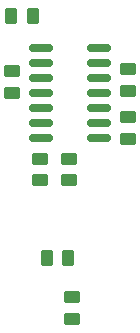
<source format=gbr>
%TF.GenerationSoftware,KiCad,Pcbnew,8.0.1*%
%TF.CreationDate,2024-04-11T09:01:24+02:00*%
%TF.ProjectId,ConditionneurV2,436f6e64-6974-4696-9f6e-6e6575725632,rev?*%
%TF.SameCoordinates,Original*%
%TF.FileFunction,Paste,Top*%
%TF.FilePolarity,Positive*%
%FSLAX46Y46*%
G04 Gerber Fmt 4.6, Leading zero omitted, Abs format (unit mm)*
G04 Created by KiCad (PCBNEW 8.0.1) date 2024-04-11 09:01:24*
%MOMM*%
%LPD*%
G01*
G04 APERTURE LIST*
G04 Aperture macros list*
%AMRoundRect*
0 Rectangle with rounded corners*
0 $1 Rounding radius*
0 $2 $3 $4 $5 $6 $7 $8 $9 X,Y pos of 4 corners*
0 Add a 4 corners polygon primitive as box body*
4,1,4,$2,$3,$4,$5,$6,$7,$8,$9,$2,$3,0*
0 Add four circle primitives for the rounded corners*
1,1,$1+$1,$2,$3*
1,1,$1+$1,$4,$5*
1,1,$1+$1,$6,$7*
1,1,$1+$1,$8,$9*
0 Add four rect primitives between the rounded corners*
20,1,$1+$1,$2,$3,$4,$5,0*
20,1,$1+$1,$4,$5,$6,$7,0*
20,1,$1+$1,$6,$7,$8,$9,0*
20,1,$1+$1,$8,$9,$2,$3,0*%
G04 Aperture macros list end*
%ADD10RoundRect,0.150000X-0.825000X-0.150000X0.825000X-0.150000X0.825000X0.150000X-0.825000X0.150000X0*%
%ADD11RoundRect,0.250000X-0.450000X0.262500X-0.450000X-0.262500X0.450000X-0.262500X0.450000X0.262500X0*%
%ADD12RoundRect,0.250000X0.450000X-0.262500X0.450000X0.262500X-0.450000X0.262500X-0.450000X-0.262500X0*%
%ADD13RoundRect,0.250000X-0.262500X-0.450000X0.262500X-0.450000X0.262500X0.450000X-0.262500X0.450000X0*%
%ADD14RoundRect,0.250000X0.262500X0.450000X-0.262500X0.450000X-0.262500X-0.450000X0.262500X-0.450000X0*%
G04 APERTURE END LIST*
D10*
%TO.C,U1*%
X118574118Y-57702992D03*
X118574118Y-58972992D03*
X118574118Y-60242992D03*
X118574118Y-61512992D03*
X118574118Y-62782992D03*
X118574118Y-64052992D03*
X118574118Y-65322992D03*
X123524118Y-65322992D03*
X123524118Y-64052992D03*
X123524118Y-62782992D03*
X123524118Y-61512992D03*
X123524118Y-60242992D03*
X123524118Y-58972992D03*
X123524118Y-57702992D03*
%TD*%
D11*
%TO.C,R4*%
X121000000Y-67087500D03*
X121000000Y-68912500D03*
%TD*%
D12*
%TO.C,R1*%
X116113155Y-61507909D03*
X116113155Y-59682909D03*
%TD*%
D13*
%TO.C,R5*%
X119087500Y-75500000D03*
X120912500Y-75500000D03*
%TD*%
D11*
%TO.C,R7*%
X126000000Y-63587500D03*
X126000000Y-65412500D03*
%TD*%
%TO.C,R3*%
X118500000Y-67087500D03*
X118500000Y-68912500D03*
%TD*%
D12*
%TO.C,R6*%
X121250000Y-80662500D03*
X121250000Y-78837500D03*
%TD*%
D14*
%TO.C,R2*%
X117912500Y-55000000D03*
X116087500Y-55000000D03*
%TD*%
D11*
%TO.C,R8*%
X126000000Y-59500000D03*
X126000000Y-61325000D03*
%TD*%
M02*

</source>
